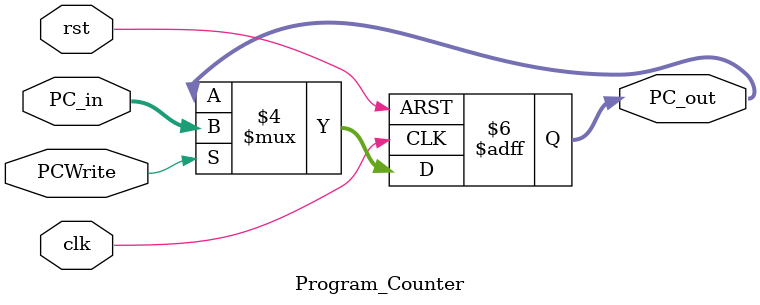
<source format=sv>
module Program_Counter(clk, rst, PC_in, PCWrite, PC_out);

input					clk;
input					rst;
input			[31:0]	PC_in;
input					PCWrite;
output	logic	[31:0]	PC_out;

always@(posedge clk or posedge rst)begin
		if(rst)
			PC_out <= 32'h0;
		else begin
			if (~PCWrite)
				PC_out <= PC_out;
			else
				PC_out <= PC_in;
		end
end

endmodule

</source>
